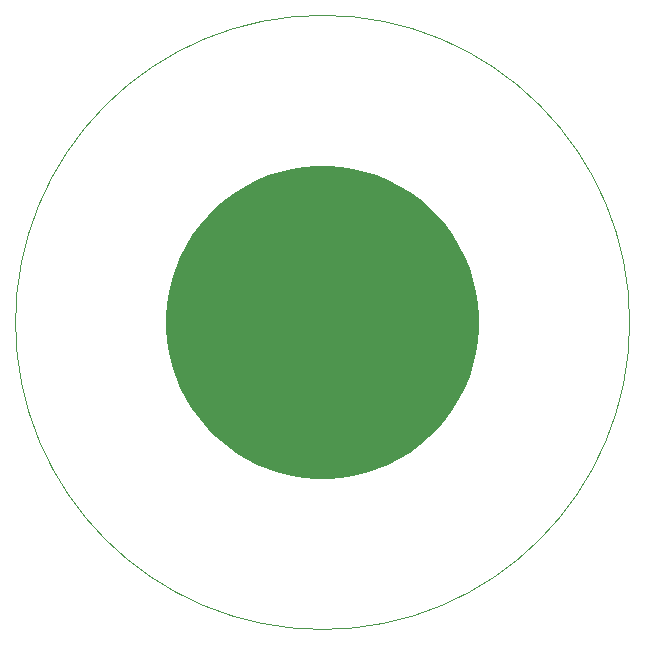
<source format=gbr>
%TF.GenerationSoftware,Altium Limited,Altium Designer,22.1.2 (22)*%
G04 Layer_Color=0*
%FSLAX45Y45*%
%MOMM*%
%TF.SameCoordinates,A05C4332-DD78-49BD-A17D-671ED2E2A3CF*%
%TF.FilePolarity,Positive*%
%TF.FileFunction,Profile,NP*%
%TF.Part,Single*%
G01*
G75*
%TA.AperFunction,Profile*%
%ADD82C,0.02540*%
G36*
X2612700Y1287700D02*
X2560640D01*
X2456842Y1295869D01*
X2354006Y1312157D01*
X2252764Y1336463D01*
X2153741Y1368637D01*
X2057548Y1408482D01*
X1964777Y1455751D01*
X1876001Y1510153D01*
X1791767Y1571352D01*
X1712595Y1638972D01*
X1638972Y1712595D01*
X1571352Y1791767D01*
X1510153Y1876001D01*
X1455751Y1964777D01*
X1408482Y2057548D01*
X1368637Y2153741D01*
X1336463Y2252764D01*
X1312157Y2354006D01*
X1295869Y2456842D01*
X1287700Y2560640D01*
X1287700Y2612700D01*
Y2664759D01*
X1295869Y2768557D01*
X1312157Y2871394D01*
X1336463Y2972636D01*
X1368637Y3071659D01*
X1408482Y3167852D01*
X1455751Y3260622D01*
X1510153Y3349398D01*
X1571352Y3433632D01*
X1638972Y3512805D01*
X1712595Y3586428D01*
X1791767Y3654048D01*
X1876001Y3715247D01*
X1964777Y3769649D01*
X2057548Y3816918D01*
X2153741Y3856762D01*
X2252764Y3888937D01*
X2354006Y3913243D01*
X2456842Y3929531D01*
X2560640Y3937700D01*
X2612700D01*
X2664759D01*
X2768557Y3929531D01*
X2871394Y3913243D01*
X2972636Y3888937D01*
X3071659Y3856762D01*
X3167852Y3816918D01*
X3260622Y3769649D01*
X3349398Y3715247D01*
X3433632Y3654048D01*
X3512805Y3586428D01*
X3586428Y3512805D01*
X3654048Y3433632D01*
X3715247Y3349398D01*
X3769649Y3260622D01*
X3816918Y3167852D01*
X3856762Y3071659D01*
X3888937Y2972636D01*
X3913243Y2871394D01*
X3929531Y2768557D01*
X3937700Y2664759D01*
Y2612700D01*
Y2560640D01*
X3929531Y2456842D01*
X3913243Y2354006D01*
X3888937Y2252764D01*
X3856762Y2153741D01*
X3816918Y2057548D01*
X3769649Y1964777D01*
X3715247Y1876001D01*
X3654048Y1791767D01*
X3586428Y1712595D01*
X3512805Y1638972D01*
X3433632Y1571352D01*
X3349398Y1510153D01*
X3260622Y1455751D01*
X3167852Y1408482D01*
X3071659Y1368637D01*
X2972636Y1336463D01*
X2871394Y1312157D01*
X2768557Y1295869D01*
X2664759Y1287700D01*
X2612700Y1287700D01*
D01*
D02*
G37*
D82*
X2612700Y12700D02*
G02*
X12700Y2612700I0J2600000D01*
G01*
D02*
G02*
X2612700Y5212700I2600000J0D01*
G01*
D02*
G02*
X5212700Y2612700I0J-2600000D01*
G01*
D02*
G02*
X2612700Y12700I-2600000J0D01*
G01*
%TF.MD5,7599a0880e13f079993c0b3c8af151d1*%
M02*

</source>
